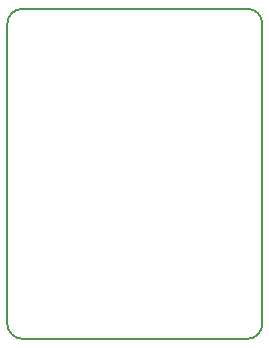
<source format=gko>
%TF.GenerationSoftware,KiCad,Pcbnew,4.0.7*%
%TF.CreationDate,2017-10-02T13:41:12+08:00*%
%TF.ProjectId,RJ12(PCB-maker),524A3132285043422D6D616B6572292E,rev?*%
%TF.FileFunction,Profile,NP*%
%FSLAX46Y46*%
G04 Gerber Fmt 4.6, Leading zero omitted, Abs format (unit mm)*
G04 Created by KiCad (PCBNEW 4.0.7) date 10/02/17 13:41:12*
%MOMM*%
%LPD*%
G01*
G04 APERTURE LIST*
%ADD10C,0.100000*%
%ADD11C,0.150000*%
G04 APERTURE END LIST*
D10*
D11*
X-21590000Y-27940000D02*
X-2540000Y-27940000D01*
X-22860000Y-1270000D02*
X-22860000Y-26670000D01*
X-2540000Y0D02*
X-21590000Y0D01*
X-1270000Y-26670000D02*
X-1270000Y-1270000D01*
X-2540000Y-27940000D02*
G75*
G03X-1270000Y-26670000I0J1270000D01*
G01*
X-22860000Y-26670000D02*
G75*
G03X-21590000Y-27940000I1270000J0D01*
G01*
X-1270000Y-1270000D02*
G75*
G03X-2540000Y0I-1270000J0D01*
G01*
X-21590000Y0D02*
G75*
G03X-22860000Y-1270000I0J-1270000D01*
G01*
M02*

</source>
